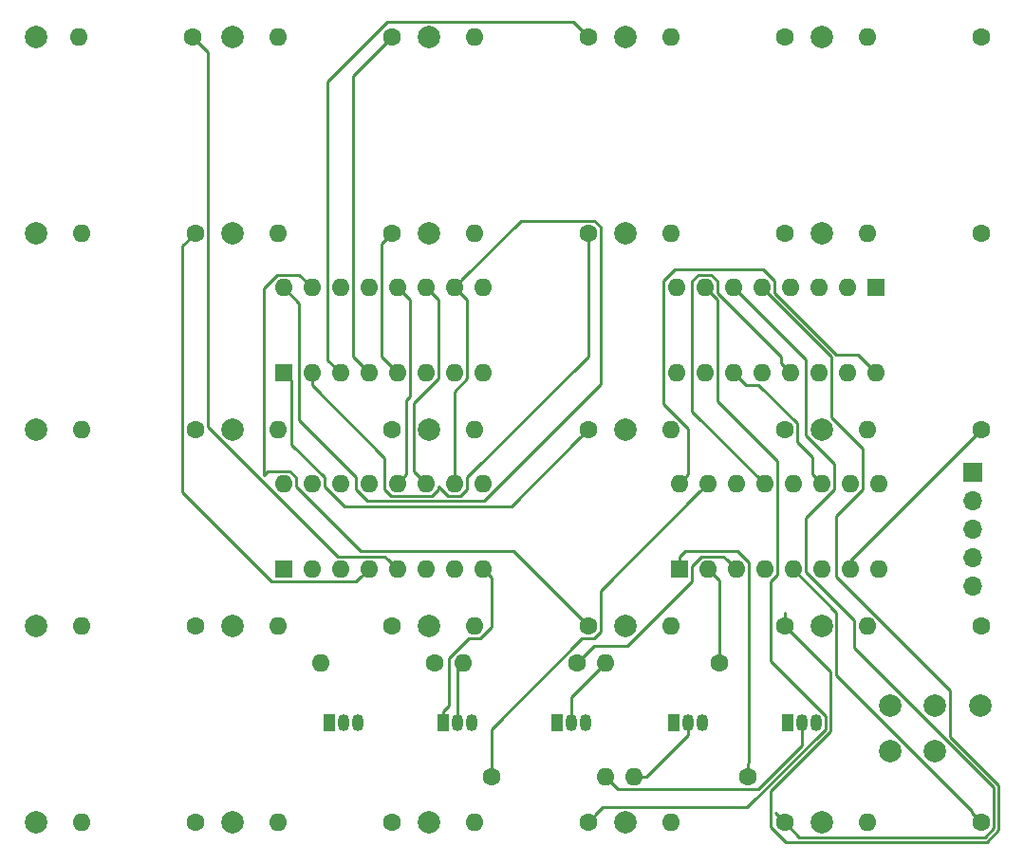
<source format=gbr>
%TF.GenerationSoftware,KiCad,Pcbnew,5.1.5+dfsg1-2build2*%
%TF.CreationDate,2021-08-10T12:38:12+02:00*%
%TF.ProjectId,ledcube_5,6c656463-7562-4655-9f35-2e6b69636164,rev?*%
%TF.SameCoordinates,Original*%
%TF.FileFunction,Copper,L2,Bot*%
%TF.FilePolarity,Positive*%
%FSLAX46Y46*%
G04 Gerber Fmt 4.6, Leading zero omitted, Abs format (unit mm)*
G04 Created by KiCad (PCBNEW 5.1.5+dfsg1-2build2) date 2021-08-10 12:38:12*
%MOMM*%
%LPD*%
G04 APERTURE LIST*
%TA.AperFunction,ComponentPad*%
%ADD10O,1.600000X1.600000*%
%TD*%
%TA.AperFunction,ComponentPad*%
%ADD11C,1.600000*%
%TD*%
%TA.AperFunction,ComponentPad*%
%ADD12O,1.700000X1.700000*%
%TD*%
%TA.AperFunction,ComponentPad*%
%ADD13R,1.700000X1.700000*%
%TD*%
%TA.AperFunction,ComponentPad*%
%ADD14R,1.600000X1.600000*%
%TD*%
%TA.AperFunction,ComponentPad*%
%ADD15C,2.000000*%
%TD*%
%TA.AperFunction,ComponentPad*%
%ADD16R,1.050000X1.500000*%
%TD*%
%TA.AperFunction,ComponentPad*%
%ADD17O,1.050000X1.500000*%
%TD*%
%TA.AperFunction,Conductor*%
%ADD18C,0.250000*%
%TD*%
G04 APERTURE END LIST*
D10*
%TO.P,R30,2*%
%TO.N,Net-(Q5-Pad2)*%
X190500000Y-99060000D03*
D11*
%TO.P,R30,1*%
%TO.N,/U4_E*%
X200660000Y-99060000D03*
%TD*%
D10*
%TO.P,R29,2*%
%TO.N,Net-(Q4-Pad2)*%
X203200000Y-99060000D03*
D11*
%TO.P,R29,1*%
%TO.N,/U4_D*%
X213360000Y-99060000D03*
%TD*%
D10*
%TO.P,R28,2*%
%TO.N,Net-(Q3-Pad2)*%
X215900000Y-99060000D03*
D11*
%TO.P,R28,1*%
%TO.N,/U4_C*%
X226060000Y-99060000D03*
%TD*%
D10*
%TO.P,R27,2*%
%TO.N,Net-(Q2-Pad2)*%
X218440000Y-109220000D03*
D11*
%TO.P,R27,1*%
%TO.N,/U4_B*%
X228600000Y-109220000D03*
%TD*%
D10*
%TO.P,R26,2*%
%TO.N,Net-(Q1-Pad2)*%
X215900000Y-109220000D03*
D11*
%TO.P,R26,1*%
%TO.N,/U4_A*%
X205740000Y-109220000D03*
%TD*%
D12*
%TO.P,J1,5*%
%TO.N,GND*%
X248666000Y-92202000D03*
%TO.P,J1,4*%
%TO.N,/A12*%
X248666000Y-89662000D03*
%TO.P,J1,3*%
%TO.N,/A4*%
X248666000Y-87122000D03*
%TO.P,J1,2*%
%TO.N,/A0*%
X248666000Y-84582000D03*
D13*
%TO.P,J1,1*%
%TO.N,+5V*%
X248666000Y-82042000D03*
%TD*%
D10*
%TO.P,U1,16*%
%TO.N,+5V*%
X187198000Y-65532000D03*
%TO.P,U1,8*%
%TO.N,GND*%
X204978000Y-73152000D03*
%TO.P,U1,15*%
%TO.N,/U1_A*%
X189738000Y-65532000D03*
%TO.P,U1,7*%
%TO.N,/U1_H*%
X202438000Y-73152000D03*
%TO.P,U1,14*%
%TO.N,/U3_HH*%
X192278000Y-65532000D03*
%TO.P,U1,6*%
%TO.N,/U1_G*%
X199898000Y-73152000D03*
%TO.P,U1,13*%
%TO.N,GND*%
X194818000Y-65532000D03*
%TO.P,U1,5*%
%TO.N,/U1_F*%
X197358000Y-73152000D03*
%TO.P,U1,12*%
%TO.N,/A4*%
X197358000Y-65532000D03*
%TO.P,U1,4*%
%TO.N,/U1_E*%
X194818000Y-73152000D03*
%TO.P,U1,11*%
%TO.N,/A0*%
X199898000Y-65532000D03*
%TO.P,U1,3*%
%TO.N,/U1_D*%
X192278000Y-73152000D03*
%TO.P,U1,10*%
%TO.N,+5V*%
X202438000Y-65532000D03*
%TO.P,U1,2*%
%TO.N,/U1_C*%
X189738000Y-73152000D03*
%TO.P,U1,9*%
%TO.N,/U1_HH*%
X204978000Y-65532000D03*
D14*
%TO.P,U1,1*%
%TO.N,/U1_B*%
X187198000Y-73152000D03*
%TD*%
D15*
%TO.P,J6,1*%
%TO.N,Net-(J6-Pad1)*%
X249400000Y-102870000D03*
%TD*%
%TO.P,J5,1*%
%TO.N,Net-(J5-Pad1)*%
X245350000Y-106920000D03*
%TD*%
%TO.P,J4,1*%
%TO.N,Net-(J4-Pad1)*%
X245350000Y-102870000D03*
%TD*%
%TO.P,J3,1*%
%TO.N,Net-(J3-Pad1)*%
X241300000Y-106920000D03*
%TD*%
%TO.P,J2,1*%
%TO.N,Net-(J2-Pad1)*%
X241300000Y-102870000D03*
%TD*%
D10*
%TO.P,R25,2*%
%TO.N,Net-(D25-Pad1)*%
X239268000Y-113284000D03*
D11*
%TO.P,R25,1*%
%TO.N,/U4_F*%
X249428000Y-113284000D03*
%TD*%
D10*
%TO.P,R24,2*%
%TO.N,Net-(D24-Pad1)*%
X239268000Y-95758000D03*
D11*
%TO.P,R24,1*%
%TO.N,/U4_G*%
X249428000Y-95758000D03*
%TD*%
D10*
%TO.P,R23,2*%
%TO.N,Net-(D23-Pad1)*%
X239268000Y-78232000D03*
D11*
%TO.P,R23,1*%
%TO.N,/U4_H*%
X249428000Y-78232000D03*
%TD*%
D10*
%TO.P,R22,2*%
%TO.N,Net-(D22-Pad1)*%
X239268000Y-60706000D03*
D11*
%TO.P,R22,1*%
%TO.N,/U3_A*%
X249428000Y-60706000D03*
%TD*%
D10*
%TO.P,R21,2*%
%TO.N,Net-(D21-Pad1)*%
X239268000Y-43180000D03*
D11*
%TO.P,R21,1*%
%TO.N,/U3_B*%
X249428000Y-43180000D03*
%TD*%
D10*
%TO.P,R20,2*%
%TO.N,Net-(D20-Pad1)*%
X221742000Y-113284000D03*
D11*
%TO.P,R20,1*%
%TO.N,/U3_G*%
X231902000Y-113284000D03*
%TD*%
D10*
%TO.P,R19,2*%
%TO.N,Net-(D19-Pad1)*%
X221742000Y-95758000D03*
D11*
%TO.P,R19,1*%
%TO.N,/U3_F*%
X231902000Y-95758000D03*
%TD*%
D10*
%TO.P,R18,2*%
%TO.N,Net-(D18-Pad1)*%
X221742000Y-78232000D03*
D11*
%TO.P,R18,1*%
%TO.N,/U3_E*%
X231902000Y-78232000D03*
%TD*%
D10*
%TO.P,R17,2*%
%TO.N,Net-(D17-Pad1)*%
X221742000Y-60706000D03*
D11*
%TO.P,R17,1*%
%TO.N,/U3_D*%
X231902000Y-60706000D03*
%TD*%
D10*
%TO.P,R16,2*%
%TO.N,Net-(D16-Pad1)*%
X221742000Y-43180000D03*
D11*
%TO.P,R16,1*%
%TO.N,/U3_C*%
X231902000Y-43180000D03*
%TD*%
D10*
%TO.P,R15,2*%
%TO.N,Net-(D15-Pad1)*%
X204216000Y-113284000D03*
D11*
%TO.P,R15,1*%
%TO.N,/U3_H*%
X214376000Y-113284000D03*
%TD*%
D10*
%TO.P,R14,2*%
%TO.N,Net-(D14-Pad1)*%
X204216000Y-95758000D03*
D11*
%TO.P,R14,1*%
%TO.N,/U1_A*%
X214376000Y-95758000D03*
%TD*%
D10*
%TO.P,R13,2*%
%TO.N,Net-(D13-Pad1)*%
X204216000Y-78232000D03*
D11*
%TO.P,R13,1*%
%TO.N,/U1_B*%
X214376000Y-78232000D03*
%TD*%
D10*
%TO.P,R12,2*%
%TO.N,Net-(D12-Pad1)*%
X204216000Y-60706000D03*
D11*
%TO.P,R12,1*%
%TO.N,/U1_C*%
X214376000Y-60706000D03*
%TD*%
D10*
%TO.P,R11,2*%
%TO.N,Net-(D11-Pad1)*%
X204216000Y-43180000D03*
D11*
%TO.P,R11,1*%
%TO.N,/U1_D*%
X214376000Y-43180000D03*
%TD*%
%TO.P,R10,1*%
%TO.N,/U2_A*%
X196850000Y-113284000D03*
D10*
%TO.P,R10,2*%
%TO.N,Net-(D10-Pad1)*%
X186690000Y-113284000D03*
%TD*%
%TO.P,R9,2*%
%TO.N,Net-(D9-Pad1)*%
X186690000Y-95758000D03*
D11*
%TO.P,R9,1*%
%TO.N,/U1_H*%
X196850000Y-95758000D03*
%TD*%
D10*
%TO.P,R8,2*%
%TO.N,Net-(D8-Pad1)*%
X186690000Y-78232000D03*
D11*
%TO.P,R8,1*%
%TO.N,/U1_G*%
X196850000Y-78232000D03*
%TD*%
D10*
%TO.P,R7,2*%
%TO.N,Net-(D7-Pad1)*%
X186690000Y-60706000D03*
D11*
%TO.P,R7,1*%
%TO.N,/U1_F*%
X196850000Y-60706000D03*
%TD*%
D10*
%TO.P,R6,2*%
%TO.N,Net-(D6-Pad1)*%
X186690000Y-43180000D03*
D11*
%TO.P,R6,1*%
%TO.N,/U1_E*%
X196850000Y-43180000D03*
%TD*%
D10*
%TO.P,R5,2*%
%TO.N,Net-(D5-Pad1)*%
X169164000Y-113284000D03*
D11*
%TO.P,R5,1*%
%TO.N,/U2_B*%
X179324000Y-113284000D03*
%TD*%
D10*
%TO.P,R4,2*%
%TO.N,Net-(D4-Pad1)*%
X169164000Y-95758000D03*
D11*
%TO.P,R4,1*%
%TO.N,/U2_C*%
X179324000Y-95758000D03*
%TD*%
D10*
%TO.P,R3,2*%
%TO.N,Net-(D3-Pad1)*%
X169164000Y-78232000D03*
D11*
%TO.P,R3,1*%
%TO.N,/U2_D*%
X179324000Y-78232000D03*
%TD*%
D10*
%TO.P,R2,2*%
%TO.N,Net-(D2-Pad1)*%
X169164000Y-60706000D03*
D11*
%TO.P,R2,1*%
%TO.N,/U2_E*%
X179324000Y-60706000D03*
%TD*%
D10*
%TO.P,R1,2*%
%TO.N,Net-(D1-Pad1)*%
X168910000Y-43180000D03*
D11*
%TO.P,R1,1*%
%TO.N,/U2_F*%
X179070000Y-43180000D03*
%TD*%
D10*
%TO.P,U4,16*%
%TO.N,+5V*%
X222504000Y-83058000D03*
%TO.P,U4,8*%
%TO.N,GND*%
X240284000Y-90678000D03*
%TO.P,U4,15*%
%TO.N,/U4_A*%
X225044000Y-83058000D03*
%TO.P,U4,7*%
%TO.N,/U4_H*%
X237744000Y-90678000D03*
%TO.P,U4,14*%
%TO.N,/A12*%
X227584000Y-83058000D03*
%TO.P,U4,6*%
%TO.N,/U4_G*%
X235204000Y-90678000D03*
%TO.P,U4,13*%
%TO.N,GND*%
X230124000Y-83058000D03*
%TO.P,U4,5*%
%TO.N,/U4_F*%
X232664000Y-90678000D03*
%TO.P,U4,12*%
%TO.N,/A4*%
X232664000Y-83058000D03*
%TO.P,U4,4*%
%TO.N,/U4_E*%
X230124000Y-90678000D03*
%TO.P,U4,11*%
%TO.N,/A0*%
X235204000Y-83058000D03*
%TO.P,U4,3*%
%TO.N,/U4_D*%
X227584000Y-90678000D03*
%TO.P,U4,10*%
%TO.N,+5V*%
X237744000Y-83058000D03*
%TO.P,U4,2*%
%TO.N,/U4_C*%
X225044000Y-90678000D03*
%TO.P,U4,9*%
%TO.N,/U4_HH*%
X240284000Y-83058000D03*
D14*
%TO.P,U4,1*%
%TO.N,/U4_B*%
X222504000Y-90678000D03*
%TD*%
D10*
%TO.P,U3,16*%
%TO.N,+5V*%
X240030000Y-73152000D03*
%TO.P,U3,8*%
%TO.N,GND*%
X222250000Y-65532000D03*
%TO.P,U3,15*%
%TO.N,/U3_A*%
X237490000Y-73152000D03*
%TO.P,U3,7*%
%TO.N,/U3_H*%
X224790000Y-65532000D03*
%TO.P,U3,14*%
%TO.N,/U4_HH*%
X234950000Y-73152000D03*
%TO.P,U3,6*%
%TO.N,/U3_G*%
X227330000Y-65532000D03*
%TO.P,U3,13*%
%TO.N,GND*%
X232410000Y-73152000D03*
%TO.P,U3,5*%
%TO.N,/U3_F*%
X229870000Y-65532000D03*
%TO.P,U3,12*%
%TO.N,/A4*%
X229870000Y-73152000D03*
%TO.P,U3,4*%
%TO.N,/U3_E*%
X232410000Y-65532000D03*
%TO.P,U3,11*%
%TO.N,/A0*%
X227330000Y-73152000D03*
%TO.P,U3,3*%
%TO.N,/U3_D*%
X234950000Y-65532000D03*
%TO.P,U3,10*%
%TO.N,+5V*%
X224790000Y-73152000D03*
%TO.P,U3,2*%
%TO.N,/U3_C*%
X237490000Y-65532000D03*
%TO.P,U3,9*%
%TO.N,/U3_HH*%
X222250000Y-73152000D03*
D14*
%TO.P,U3,1*%
%TO.N,/U3_B*%
X240030000Y-65532000D03*
%TD*%
D10*
%TO.P,U2,16*%
%TO.N,+5V*%
X187198000Y-83058000D03*
%TO.P,U2,8*%
%TO.N,GND*%
X204978000Y-90678000D03*
%TO.P,U2,15*%
%TO.N,/U2_A*%
X189738000Y-83058000D03*
%TO.P,U2,7*%
%TO.N,Net-(U2-Pad7)*%
X202438000Y-90678000D03*
%TO.P,U2,14*%
%TO.N,/U1_HH*%
X192278000Y-83058000D03*
%TO.P,U2,6*%
%TO.N,Net-(U2-Pad6)*%
X199898000Y-90678000D03*
%TO.P,U2,13*%
%TO.N,GND*%
X194818000Y-83058000D03*
%TO.P,U2,5*%
%TO.N,/U2_F*%
X197358000Y-90678000D03*
%TO.P,U2,12*%
%TO.N,/A4*%
X197358000Y-83058000D03*
%TO.P,U2,4*%
%TO.N,/U2_E*%
X194818000Y-90678000D03*
%TO.P,U2,11*%
%TO.N,/A0*%
X199898000Y-83058000D03*
%TO.P,U2,3*%
%TO.N,/U2_D*%
X192278000Y-90678000D03*
%TO.P,U2,10*%
%TO.N,+5V*%
X202438000Y-83058000D03*
%TO.P,U2,2*%
%TO.N,/U2_C*%
X189738000Y-90678000D03*
%TO.P,U2,9*%
%TO.N,Net-(U2-Pad9)*%
X204978000Y-83058000D03*
D14*
%TO.P,U2,1*%
%TO.N,/U2_B*%
X187198000Y-90678000D03*
%TD*%
D16*
%TO.P,Q5,1*%
%TO.N,GND*%
X191262000Y-104394000D03*
D17*
%TO.P,Q5,3*%
%TO.N,Net-(J6-Pad1)*%
X193802000Y-104394000D03*
%TO.P,Q5,2*%
%TO.N,Net-(Q5-Pad2)*%
X192532000Y-104394000D03*
%TD*%
D16*
%TO.P,Q4,1*%
%TO.N,GND*%
X201422000Y-104394000D03*
D17*
%TO.P,Q4,3*%
%TO.N,Net-(J5-Pad1)*%
X203962000Y-104394000D03*
%TO.P,Q4,2*%
%TO.N,Net-(Q4-Pad2)*%
X202692000Y-104394000D03*
%TD*%
D16*
%TO.P,Q3,1*%
%TO.N,GND*%
X211582000Y-104394000D03*
D17*
%TO.P,Q3,3*%
%TO.N,Net-(J4-Pad1)*%
X214122000Y-104394000D03*
%TO.P,Q3,2*%
%TO.N,Net-(Q3-Pad2)*%
X212852000Y-104394000D03*
%TD*%
D16*
%TO.P,Q2,1*%
%TO.N,GND*%
X221996000Y-104394000D03*
D17*
%TO.P,Q2,3*%
%TO.N,Net-(J3-Pad1)*%
X224536000Y-104394000D03*
%TO.P,Q2,2*%
%TO.N,Net-(Q2-Pad2)*%
X223266000Y-104394000D03*
%TD*%
D16*
%TO.P,Q1,1*%
%TO.N,GND*%
X232156000Y-104394000D03*
D17*
%TO.P,Q1,3*%
%TO.N,Net-(J2-Pad1)*%
X234696000Y-104394000D03*
%TO.P,Q1,2*%
%TO.N,Net-(Q1-Pad2)*%
X233426000Y-104394000D03*
%TD*%
D15*
%TO.P,D25,1*%
%TO.N,Net-(D25-Pad1)*%
X235204000Y-113284000D03*
%TD*%
%TO.P,D24,1*%
%TO.N,Net-(D24-Pad1)*%
X235204000Y-95758000D03*
%TD*%
%TO.P,D23,1*%
%TO.N,Net-(D23-Pad1)*%
X235204000Y-78232000D03*
%TD*%
%TO.P,D22,1*%
%TO.N,Net-(D22-Pad1)*%
X235204000Y-60706000D03*
%TD*%
%TO.P,D21,1*%
%TO.N,Net-(D21-Pad1)*%
X235204000Y-43180000D03*
%TD*%
%TO.P,D20,1*%
%TO.N,Net-(D20-Pad1)*%
X217678000Y-113284000D03*
%TD*%
%TO.P,D19,1*%
%TO.N,Net-(D19-Pad1)*%
X217678000Y-95758000D03*
%TD*%
%TO.P,D18,1*%
%TO.N,Net-(D18-Pad1)*%
X217678000Y-78232000D03*
%TD*%
%TO.P,D17,1*%
%TO.N,Net-(D17-Pad1)*%
X217678000Y-60706000D03*
%TD*%
%TO.P,D16,1*%
%TO.N,Net-(D16-Pad1)*%
X217678000Y-43180000D03*
%TD*%
%TO.P,D15,1*%
%TO.N,Net-(D15-Pad1)*%
X200152000Y-113284000D03*
%TD*%
%TO.P,D14,1*%
%TO.N,Net-(D14-Pad1)*%
X200152000Y-95758000D03*
%TD*%
%TO.P,D13,1*%
%TO.N,Net-(D13-Pad1)*%
X200152000Y-78232000D03*
%TD*%
%TO.P,D12,1*%
%TO.N,Net-(D12-Pad1)*%
X200152000Y-60706000D03*
%TD*%
%TO.P,D11,1*%
%TO.N,Net-(D11-Pad1)*%
X200152000Y-43180000D03*
%TD*%
%TO.P,D10,1*%
%TO.N,Net-(D10-Pad1)*%
X182626000Y-113284000D03*
%TD*%
%TO.P,D9,1*%
%TO.N,Net-(D9-Pad1)*%
X182626000Y-95758000D03*
%TD*%
%TO.P,D8,1*%
%TO.N,Net-(D8-Pad1)*%
X182626000Y-78232000D03*
%TD*%
%TO.P,D7,1*%
%TO.N,Net-(D7-Pad1)*%
X182626000Y-60706000D03*
%TD*%
%TO.P,D6,1*%
%TO.N,Net-(D6-Pad1)*%
X182626000Y-43180000D03*
%TD*%
%TO.P,D5,1*%
%TO.N,Net-(D5-Pad1)*%
X165100000Y-113284000D03*
%TD*%
%TO.P,D4,1*%
%TO.N,Net-(D4-Pad1)*%
X165100000Y-95758000D03*
%TD*%
%TO.P,D3,1*%
%TO.N,Net-(D3-Pad1)*%
X165100000Y-78232000D03*
%TD*%
%TO.P,D2,1*%
%TO.N,Net-(D2-Pad1)*%
X165100000Y-60706000D03*
%TD*%
%TO.P,D1,1*%
%TO.N,Net-(D1-Pad1)*%
X165100000Y-43180000D03*
%TD*%
D18*
%TO.N,GND*%
X225915001Y-64991999D02*
X225915001Y-66020591D01*
X223664999Y-64991999D02*
X224249999Y-64406999D01*
X223664999Y-76598999D02*
X223664999Y-64991999D01*
X225330001Y-64406999D02*
X225915001Y-64991999D01*
X224249999Y-64406999D02*
X225330001Y-64406999D01*
X230124000Y-83058000D02*
X223664999Y-76598999D01*
X231610001Y-72352001D02*
X232410000Y-73152000D01*
X231610001Y-71715591D02*
X231610001Y-72352001D01*
X225915001Y-66020591D02*
X231610001Y-71715591D01*
X205777999Y-95861003D02*
X205777999Y-91477999D01*
X204756001Y-96883001D02*
X205777999Y-95861003D01*
X203711997Y-96883001D02*
X204756001Y-96883001D01*
X201930000Y-98664998D02*
X203711997Y-96883001D01*
X201930000Y-102886000D02*
X201930000Y-98664998D01*
X201422000Y-103394000D02*
X201930000Y-102886000D01*
X205777999Y-91477999D02*
X204978000Y-90678000D01*
X201422000Y-104394000D02*
X201422000Y-103394000D01*
%TO.N,/A4*%
X198157999Y-66331999D02*
X197358000Y-65532000D01*
X198483001Y-66657001D02*
X198157999Y-66331999D01*
X198483001Y-75291999D02*
X198483001Y-66657001D01*
X198157999Y-75617001D02*
X198483001Y-75291999D01*
X198157999Y-82258001D02*
X198157999Y-75617001D01*
X197358000Y-83058000D02*
X198157999Y-82258001D01*
%TO.N,/A0*%
X200697999Y-66331999D02*
X199898000Y-65532000D01*
X201023001Y-66657001D02*
X200697999Y-66331999D01*
X201023001Y-73692001D02*
X201023001Y-66657001D01*
X198826999Y-75888003D02*
X201023001Y-73692001D01*
X198826999Y-81986999D02*
X198826999Y-75888003D01*
X199898000Y-83058000D02*
X198826999Y-81986999D01*
X234404001Y-82258001D02*
X234404001Y-80734001D01*
X235204000Y-83058000D02*
X234404001Y-82258001D01*
X228129999Y-73951999D02*
X227330000Y-73152000D01*
X228455001Y-74277001D02*
X228129999Y-73951999D01*
X229612003Y-74277001D02*
X228455001Y-74277001D01*
X233027001Y-77691999D02*
X229612003Y-74277001D01*
X233027001Y-79357001D02*
X233027001Y-77691999D01*
X234404001Y-80734001D02*
X233027001Y-79357001D01*
%TO.N,+5V*%
X203237999Y-66331999D02*
X202438000Y-65532000D01*
X203563001Y-73692001D02*
X203563001Y-66657001D01*
X203563001Y-66657001D02*
X203237999Y-66331999D01*
X202438000Y-74817002D02*
X203563001Y-73692001D01*
X202438000Y-83058000D02*
X202438000Y-74817002D01*
X208389001Y-59580999D02*
X203237999Y-64732001D01*
X214916001Y-59580999D02*
X208389001Y-59580999D01*
X215501001Y-74200001D02*
X215501001Y-60165999D01*
X194728008Y-84633010D02*
X205067992Y-84633010D01*
X193692999Y-83598001D02*
X194728008Y-84633010D01*
X203237999Y-64732001D02*
X202438000Y-65532000D01*
X215501001Y-60165999D02*
X214916001Y-59580999D01*
X205067992Y-84633010D02*
X215501001Y-74200001D01*
X193692999Y-82517999D02*
X193692999Y-83598001D01*
X188612999Y-77437999D02*
X193692999Y-82517999D01*
X188612999Y-66946999D02*
X188612999Y-77437999D01*
X187198000Y-65532000D02*
X188612999Y-66946999D01*
X238428600Y-71550600D02*
X240030000Y-73152000D01*
X236525010Y-71550600D02*
X238428600Y-71550600D01*
X230995001Y-64991999D02*
X230995001Y-66020591D01*
X229959992Y-63956990D02*
X230995001Y-64991999D01*
X222160008Y-63956990D02*
X229959992Y-63956990D01*
X223303999Y-78128997D02*
X221124999Y-75949997D01*
X221124999Y-64991999D02*
X222160008Y-63956990D01*
X223303999Y-82258001D02*
X223303999Y-78128997D01*
X230995001Y-66020591D02*
X236525010Y-71550600D01*
X221124999Y-75949997D02*
X221124999Y-64991999D01*
X222504000Y-83058000D02*
X223303999Y-82258001D01*
%TO.N,/U4_A*%
X224244001Y-83857999D02*
X225044000Y-83058000D01*
X215501001Y-92600999D02*
X224244001Y-83857999D01*
X215501001Y-96298001D02*
X215501001Y-92600999D01*
X214916001Y-96883001D02*
X215501001Y-96298001D01*
X213835999Y-96883001D02*
X214916001Y-96883001D01*
X205740000Y-104979000D02*
X213835999Y-96883001D01*
X205740000Y-109220000D02*
X205740000Y-104979000D01*
%TO.N,/U4_B*%
X228709001Y-107979629D02*
X228709001Y-90137999D01*
X228600000Y-108088630D02*
X228709001Y-107979629D01*
X228600000Y-109220000D02*
X228600000Y-108088630D01*
X222504000Y-89628000D02*
X222504000Y-90678000D01*
X223029011Y-89102989D02*
X222504000Y-89628000D01*
X227673991Y-89102989D02*
X223029011Y-89102989D01*
X228709001Y-90137999D02*
X227673991Y-89102989D01*
%TO.N,/U4_C*%
X226060000Y-91694000D02*
X225044000Y-90678000D01*
X226060000Y-99060000D02*
X226060000Y-91694000D01*
%TO.N,/U4_D*%
X226784001Y-89878001D02*
X227584000Y-90678000D01*
X226458999Y-89552999D02*
X226784001Y-89878001D01*
X224503999Y-89552999D02*
X226458999Y-89552999D01*
X223629001Y-90427997D02*
X224503999Y-89552999D01*
X223629001Y-91768001D02*
X223629001Y-90427997D01*
X217863991Y-97533011D02*
X223629001Y-91768001D01*
X214886989Y-97533011D02*
X217863991Y-97533011D01*
X213360000Y-99060000D02*
X214886989Y-97533011D01*
%TO.N,/U2_F*%
X196558001Y-89878001D02*
X197358000Y-90678000D01*
X180449001Y-77974003D02*
X192027997Y-89552999D01*
X192027997Y-89552999D02*
X196232999Y-89552999D01*
X180449001Y-44559001D02*
X180449001Y-77974003D01*
X196232999Y-89552999D02*
X196558001Y-89878001D01*
X179070000Y-43180000D02*
X180449001Y-44559001D01*
%TO.N,/U2_E*%
X194018001Y-91477999D02*
X194818000Y-90678000D01*
X186137999Y-91803001D02*
X193692999Y-91803001D01*
X178198999Y-83864001D02*
X186137999Y-91803001D01*
X193692999Y-91803001D02*
X194018001Y-91477999D01*
X178198999Y-61831001D02*
X178198999Y-83864001D01*
X179324000Y-60706000D02*
X178198999Y-61831001D01*
%TO.N,/U1_E*%
X194018001Y-72352001D02*
X194818000Y-73152000D01*
X193403001Y-71737001D02*
X194018001Y-72352001D01*
X193403001Y-46626999D02*
X193403001Y-71737001D01*
X196850000Y-43180000D02*
X193403001Y-46626999D01*
%TO.N,/U1_F*%
X196558001Y-72352001D02*
X197358000Y-73152000D01*
X195943001Y-61612999D02*
X195943001Y-71737001D01*
X195943001Y-71737001D02*
X196558001Y-72352001D01*
X196850000Y-60706000D02*
X195943001Y-61612999D01*
%TO.N,/U1_D*%
X213576001Y-42380001D02*
X214376000Y-43180000D01*
X213050999Y-41854999D02*
X213576001Y-42380001D01*
X196509999Y-41854999D02*
X213050999Y-41854999D01*
X191152999Y-47211999D02*
X196509999Y-41854999D01*
X191152999Y-72026999D02*
X191152999Y-47211999D01*
X192278000Y-73152000D02*
X191152999Y-72026999D01*
%TO.N,/U1_C*%
X214376000Y-61837370D02*
X214376000Y-60706000D01*
X203563001Y-83598001D02*
X203563001Y-82517999D01*
X201897999Y-84183001D02*
X202978001Y-84183001D01*
X214376000Y-71705000D02*
X214376000Y-61837370D01*
X201023001Y-83308003D02*
X201897999Y-84183001D01*
X201023001Y-83598001D02*
X201023001Y-83308003D01*
X200438001Y-84183001D02*
X201023001Y-83598001D01*
X203563001Y-82517999D02*
X214376000Y-71705000D01*
X196817999Y-84183001D02*
X200438001Y-84183001D01*
X196232999Y-83598001D02*
X196817999Y-84183001D01*
X196232999Y-80778369D02*
X196232999Y-83598001D01*
X202978001Y-84183001D02*
X203563001Y-83598001D01*
X189738000Y-74283370D02*
X196232999Y-80778369D01*
X189738000Y-73152000D02*
X189738000Y-74283370D01*
%TO.N,/U1_B*%
X207524981Y-85083019D02*
X213576001Y-79031999D01*
X190863001Y-83308003D02*
X192638017Y-85083019D01*
X192638017Y-85083019D02*
X207524981Y-85083019D01*
X190863001Y-82517999D02*
X190863001Y-83308003D01*
X213576001Y-79031999D02*
X214376000Y-78232000D01*
X187924402Y-79579400D02*
X190863001Y-82517999D01*
X187924402Y-73878402D02*
X187924402Y-79579400D01*
X187198000Y-73152000D02*
X187924402Y-73878402D01*
%TO.N,/U1_A*%
X186657999Y-64406999D02*
X185420000Y-65644998D01*
X188612999Y-64406999D02*
X186657999Y-64406999D01*
X189738000Y-65532000D02*
X188612999Y-64406999D01*
X185420000Y-65644998D02*
X185420000Y-82308592D01*
X213576001Y-94958001D02*
X214376000Y-95758000D01*
X188323001Y-83308003D02*
X194117987Y-89102989D01*
X188323001Y-82517999D02*
X188323001Y-83308003D01*
X187738001Y-81932999D02*
X188323001Y-82517999D01*
X185795593Y-81932999D02*
X187738001Y-81932999D01*
X207720989Y-89102989D02*
X213576001Y-94958001D01*
X194117987Y-89102989D02*
X207720989Y-89102989D01*
X185420000Y-82308592D02*
X185795593Y-81932999D01*
%TO.N,/U3_H*%
X235546010Y-104971085D02*
X228558096Y-111958999D01*
X215175999Y-112484001D02*
X214376000Y-113284000D01*
X230664001Y-98934906D02*
X235546010Y-103816915D01*
X215701001Y-111958999D02*
X215175999Y-112484001D01*
X230664001Y-91803001D02*
X230664001Y-98934906D01*
X235546010Y-103816915D02*
X235546010Y-104971085D01*
X231249001Y-91218001D02*
X230664001Y-91803001D01*
X228558096Y-111958999D02*
X215701001Y-111958999D01*
X225915001Y-75724001D02*
X231249001Y-81058001D01*
X225915001Y-66657001D02*
X225915001Y-75724001D01*
X224790000Y-65532000D02*
X225915001Y-66657001D01*
X231249001Y-81058001D02*
X231249001Y-91218001D01*
%TO.N,/U3_F*%
X230669999Y-66331999D02*
X229870000Y-65532000D01*
X231902000Y-95758000D02*
X231902000Y-94626630D01*
X232701999Y-96557999D02*
X231902000Y-95758000D01*
X235996020Y-99852020D02*
X232701999Y-96557999D01*
X230651992Y-110501513D02*
X235996020Y-105157485D01*
X230651992Y-113698994D02*
X230651992Y-110501513D01*
X232012009Y-115059011D02*
X230651992Y-113698994D01*
X249954401Y-115059011D02*
X232012009Y-115059011D01*
X251003010Y-114010402D02*
X249954401Y-115059011D01*
X235996020Y-105157485D02*
X235996020Y-99852020D01*
X251003011Y-109975599D02*
X251003010Y-114010402D01*
X246675001Y-105647589D02*
X251003011Y-109975599D01*
X246675001Y-101499999D02*
X246675001Y-105647589D01*
X236529001Y-91353999D02*
X246675001Y-101499999D01*
X236075001Y-77141999D02*
X236529001Y-77595999D01*
X236075001Y-71737001D02*
X236075001Y-77141999D01*
X229870000Y-65532000D02*
X236075001Y-71737001D01*
X238869001Y-83598001D02*
X238869001Y-79935999D01*
X236529001Y-85938001D02*
X238869001Y-83598001D01*
X236529001Y-91353999D02*
X236529001Y-85938001D01*
X238869001Y-79935999D02*
X236529001Y-77595999D01*
%TO.N,/U3_G*%
X231102001Y-112484001D02*
X231902000Y-113284000D01*
X233789001Y-78778003D02*
X233789001Y-71991001D01*
X233789001Y-71991001D02*
X227330000Y-65532000D01*
X233789001Y-90928003D02*
X233789001Y-86138001D01*
X238142999Y-95282001D02*
X233789001Y-90928003D01*
X236329001Y-81318003D02*
X233789001Y-78778003D01*
X238142999Y-97751997D02*
X238142999Y-95282001D01*
X250553001Y-110161999D02*
X238142999Y-97751997D01*
X236329001Y-83598001D02*
X236329001Y-81318003D01*
X249768001Y-114609001D02*
X250553001Y-113824001D01*
X250553001Y-113824001D02*
X250553001Y-110161999D01*
X233227001Y-114609001D02*
X249768001Y-114609001D01*
X233789001Y-86138001D02*
X236329001Y-83598001D01*
X231902000Y-113284000D02*
X233227001Y-114609001D01*
%TO.N,/U4_H*%
X237744000Y-89916000D02*
X237744000Y-90678000D01*
X249428000Y-78232000D02*
X237744000Y-89916000D01*
%TO.N,/U4_F*%
X248628001Y-112484001D02*
X249428000Y-113284000D01*
X248628001Y-112286999D02*
X248628001Y-112484001D01*
X236529001Y-94543001D02*
X236529001Y-100187999D01*
X236529001Y-100187999D02*
X248628001Y-112286999D01*
X232664000Y-90678000D02*
X236529001Y-94543001D01*
%TO.N,Net-(Q1-Pad2)*%
X233426000Y-104394000D02*
X233680000Y-104140000D01*
X233426000Y-105394000D02*
X233426000Y-104394000D01*
X233426000Y-106454685D02*
X233426000Y-105394000D01*
X229535684Y-110345001D02*
X233426000Y-106454685D01*
X217025001Y-110345001D02*
X229535684Y-110345001D01*
X215900000Y-109220000D02*
X217025001Y-110345001D01*
%TO.N,Net-(Q2-Pad2)*%
X223266000Y-105394000D02*
X223266000Y-104394000D01*
X223266000Y-105525370D02*
X223266000Y-105394000D01*
X219571370Y-109220000D02*
X223266000Y-105525370D01*
X218440000Y-109220000D02*
X219571370Y-109220000D01*
%TO.N,Net-(Q3-Pad2)*%
X212852000Y-102108000D02*
X215900000Y-99060000D01*
X212852000Y-104394000D02*
X212852000Y-102108000D01*
%TO.N,Net-(Q4-Pad2)*%
X202692000Y-99568000D02*
X203200000Y-99060000D01*
X202692000Y-104394000D02*
X202692000Y-99568000D01*
%TD*%
M02*

</source>
